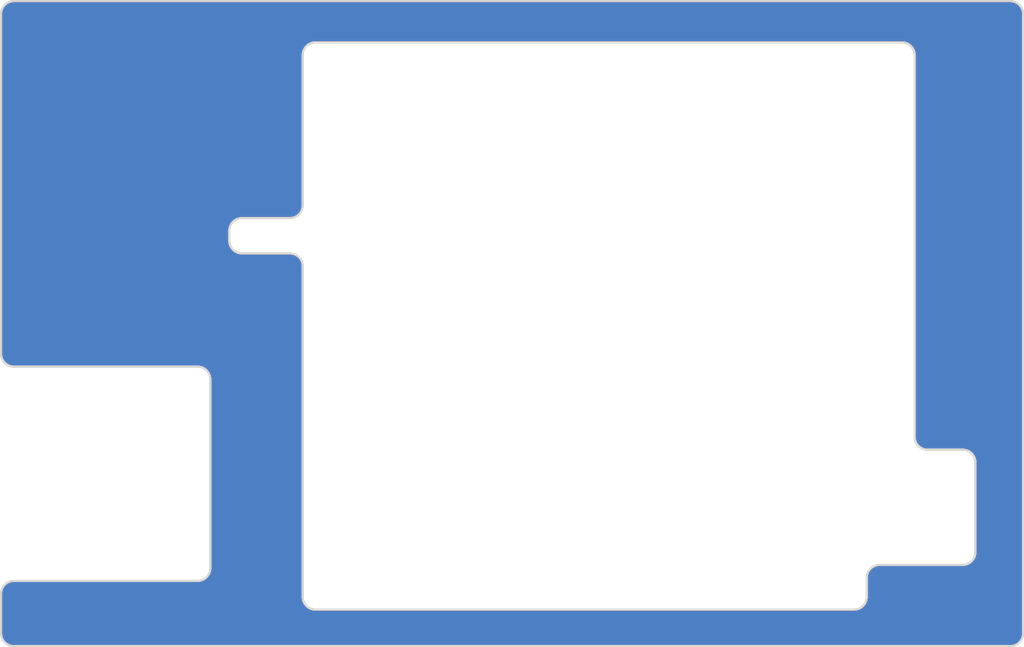
<source format=kicad_pcb>
(kicad_pcb
	(version 20241229)
	(generator "pcbnew")
	(generator_version "9.0")
	(general
		(thickness 1.6)
		(legacy_teardrops no)
	)
	(paper "A4")
	(title_block
		(title "screen bracket")
		(date "2025-08-18")
		(rev "6c")
		(company "elagil")
	)
	(layers
		(0 "F.Cu" mixed)
		(2 "B.Cu" mixed)
		(9 "F.Adhes" user "F.Adhesive")
		(11 "B.Adhes" user "B.Adhesive")
		(13 "F.Paste" user)
		(15 "B.Paste" user)
		(5 "F.SilkS" user "F.Silkscreen")
		(7 "B.SilkS" user "B.Silkscreen")
		(1 "F.Mask" user)
		(3 "B.Mask" user)
		(17 "Dwgs.User" user "User.Drawings")
		(19 "Cmts.User" user "User.Comments")
		(21 "Eco1.User" user "User.Eco1")
		(23 "Eco2.User" user "User.Eco2")
		(25 "Edge.Cuts" user)
		(27 "Margin" user)
		(31 "F.CrtYd" user "F.Courtyard")
		(29 "B.CrtYd" user "B.Courtyard")
		(35 "F.Fab" user)
		(33 "B.Fab" user)
	)
	(setup
		(stackup
			(layer "F.SilkS"
				(type "Top Silk Screen")
			)
			(layer "F.Paste"
				(type "Top Solder Paste")
			)
			(layer "F.Mask"
				(type "Top Solder Mask")
				(thickness 0.01)
			)
			(layer "F.Cu"
				(type "copper")
				(thickness 0.035)
			)
			(layer "dielectric 1"
				(type "core")
				(thickness 1.51)
				(material "FR4")
				(epsilon_r 4.5)
				(loss_tangent 0.02)
			)
			(layer "B.Cu"
				(type "copper")
				(thickness 0.035)
			)
			(layer "B.Mask"
				(type "Bottom Solder Mask")
				(thickness 0.01)
			)
			(layer "B.Paste"
				(type "Bottom Solder Paste")
			)
			(layer "B.SilkS"
				(type "Bottom Silk Screen")
			)
			(copper_finish "None")
			(dielectric_constraints no)
		)
		(pad_to_mask_clearance 0)
		(allow_soldermask_bridges_in_footprints no)
		(tenting front back)
		(pcbplotparams
			(layerselection 0x00000000_00000000_55555555_5755f5ff)
			(plot_on_all_layers_selection 0x00000000_00000000_00000000_00000000)
			(disableapertmacros no)
			(usegerberextensions yes)
			(usegerberattributes no)
			(usegerberadvancedattributes no)
			(creategerberjobfile no)
			(dashed_line_dash_ratio 12.000000)
			(dashed_line_gap_ratio 3.000000)
			(svgprecision 4)
			(plotframeref no)
			(mode 1)
			(useauxorigin no)
			(hpglpennumber 1)
			(hpglpenspeed 20)
			(hpglpendiameter 15.000000)
			(pdf_front_fp_property_popups yes)
			(pdf_back_fp_property_popups yes)
			(pdf_metadata yes)
			(pdf_single_document no)
			(dxfpolygonmode yes)
			(dxfimperialunits yes)
			(dxfusepcbnewfont yes)
			(psnegative no)
			(psa4output no)
			(plot_black_and_white yes)
			(sketchpadsonfab no)
			(plotpadnumbers no)
			(hidednponfab no)
			(sketchdnponfab yes)
			(crossoutdnponfab yes)
			(subtractmaskfromsilk yes)
			(outputformat 1)
			(mirror no)
			(drillshape 0)
			(scaleselection 1)
			(outputdirectory "gerber/")
		)
	)
	(net 0 "")
	(gr_line
		(start 106.875 117.875)
		(end 106.875 121)
		(stroke
			(width 0.15)
			(type default)
		)
		(layer "Edge.Cuts")
		(uuid "06a6143b-dc58-4931-ae53-754742760f07")
	)
	(gr_arc
		(start 131.5 119.125)
		(mid 130.792893 118.832107)
		(end 130.5 118.125)
		(stroke
			(width 0.15)
			(type default)
		)
		(layer "Edge.Cuts")
		(uuid "1027c374-5018-4ba5-8ece-4b05e6108c0a")
	)
	(gr_line
		(start 182.125 106.625)
		(end 179.375 106.625)
		(stroke
			(width 0.15)
			(type default)
		)
		(layer "Edge.Cuts")
		(uuid "1629841e-8281-4674-b8a7-cc5deb570cbc")
	)
	(gr_arc
		(start 183.125 114.625)
		(mid 182.832107 115.332107)
		(end 182.125 115.625)
		(stroke
			(width 0.15)
			(type default)
		)
		(layer "Edge.Cuts")
		(uuid "23622ab1-19f4-4499-b38b-d9067083ab06")
	)
	(gr_line
		(start 178.375 75.75)
		(end 178.375 105.625)
		(stroke
			(width 0.15)
			(type default)
		)
		(layer "Edge.Cuts")
		(uuid "25750479-5f2f-4dc2-aff3-40218a28af00")
	)
	(gr_line
		(start 125.75 91.25)
		(end 129.5 91.25)
		(stroke
			(width 0.15)
			(type default)
		)
		(layer "Edge.Cuts")
		(uuid "25eeb190-e00a-41bd-9e18-9236baba42ba")
	)
	(gr_arc
		(start 106.875 117.875)
		(mid 107.167893 117.167893)
		(end 107.875 116.875)
		(stroke
			(width 0.15)
			(type default)
		)
		(layer "Edge.Cuts")
		(uuid "2cca91eb-7514-4623-9651-45fd57d31279")
	)
	(gr_arc
		(start 179.375 106.625)
		(mid 178.667893 106.332107)
		(end 178.375 105.625)
		(stroke
			(width 0.15)
			(type default)
		)
		(layer "Edge.Cuts")
		(uuid "2ebced8e-67af-4edb-a15e-f3fcadd3313e")
	)
	(gr_line
		(start 130.5 75.75)
		(end 130.5 87.5)
		(stroke
			(width 0.15)
			(type default)
		)
		(layer "Edge.Cuts")
		(uuid "3279a039-4ce6-4de7-b781-b3780ae4b68d")
	)
	(gr_line
		(start 186.875 121)
		(end 186.875 72.5)
		(stroke
			(width 0.15)
			(type default)
		)
		(layer "Edge.Cuts")
		(uuid "37088a19-c391-4617-bc0d-30a030eb6105")
	)
	(gr_line
		(start 174.625 116.625)
		(end 174.625 118.125)
		(stroke
			(width 0.15)
			(type default)
		)
		(layer "Edge.Cuts")
		(uuid "4af79903-27ba-4206-a797-c7a9e4872c22")
	)
	(gr_line
		(start 129.5 88.5)
		(end 125.75 88.5)
		(stroke
			(width 0.15)
			(type default)
		)
		(layer "Edge.Cuts")
		(uuid "4f4dcbc6-6f20-4d6d-a70f-136fcdc5171b")
	)
	(gr_arc
		(start 124.75 89.5)
		(mid 125.042893 88.792893)
		(end 125.75 88.5)
		(stroke
			(width 0.15)
			(type default)
		)
		(layer "Edge.Cuts")
		(uuid "52ab583d-50c0-4dbe-a966-48760f2636f7")
	)
	(gr_arc
		(start 130.5 75.75)
		(mid 130.792893 75.042893)
		(end 131.5 74.75)
		(stroke
			(width 0.15)
			(type default)
		)
		(layer "Edge.Cuts")
		(uuid "542d1a19-cec5-4876-9831-10b19d8be657")
	)
	(gr_line
		(start 106.875 72.5)
		(end 106.875 99.125)
		(stroke
			(width 0.15)
			(type default)
		)
		(layer "Edge.Cuts")
		(uuid "5d2d2d61-f39f-42e3-924d-be3a21a89303")
	)
	(gr_arc
		(start 185.875 71.5)
		(mid 186.582107 71.792893)
		(end 186.875 72.5)
		(stroke
			(width 0.15)
			(type default)
		)
		(layer "Edge.Cuts")
		(uuid "60548439-a714-4c08-bb84-8fdd97582ec4")
	)
	(gr_line
		(start 185.875 71.5)
		(end 107.875 71.5)
		(stroke
			(width 0.15)
			(type default)
		)
		(layer "Edge.Cuts")
		(uuid "636c73eb-0b58-400e-819d-0055cf6c78e3")
	)
	(gr_arc
		(start 186.875 121)
		(mid 186.582107 121.707107)
		(end 185.875 122)
		(stroke
			(width 0.15)
			(type default)
		)
		(layer "Edge.Cuts")
		(uuid "7bcfdfe4-f5d8-45a2-8b7b-ee175d19fbc4")
	)
	(gr_arc
		(start 107.875 122)
		(mid 107.167893 121.707107)
		(end 106.875 121)
		(stroke
			(width 0.15)
			(type default)
		)
		(layer "Edge.Cuts")
		(uuid "7e265850-1413-4e32-8c82-e58cb9ea6609")
	)
	(gr_arc
		(start 107.875 100.125)
		(mid 107.167893 99.832107)
		(end 106.875 99.125)
		(stroke
			(width 0.15)
			(type default)
		)
		(layer "Edge.Cuts")
		(uuid "7f6a2af3-80f5-4a6f-a5d1-a7ab7127f0ec")
	)
	(gr_line
		(start 107.875 116.875)
		(end 122.25 116.875)
		(stroke
			(width 0.15)
			(type default)
		)
		(layer "Edge.Cuts")
		(uuid "84710ee3-8ee1-47bc-8f77-c76540b2256d")
	)
	(gr_arc
		(start 122.25 100.125)
		(mid 122.957107 100.417893)
		(end 123.25 101.125)
		(stroke
			(width 0.15)
			(type default)
		)
		(layer "Edge.Cuts")
		(uuid "868cc585-aa1b-4fbf-9938-309da61f9512")
	)
	(gr_line
		(start 182.125 115.625)
		(end 175.625 115.625)
		(stroke
			(width 0.15)
			(type default)
		)
		(layer "Edge.Cuts")
		(uuid "8e29b53f-5f0d-440b-965d-be62d678f818")
	)
	(gr_line
		(start 124.75 89.5)
		(end 124.75 90.25)
		(stroke
			(width 0.15)
			(type default)
		)
		(layer "Edge.Cuts")
		(uuid "92f29222-f1da-4959-982c-22f71073e7e8")
	)
	(gr_arc
		(start 174.625 118.125)
		(mid 174.332107 118.832107)
		(end 173.625 119.125)
		(stroke
			(width 0.15)
			(type default)
		)
		(layer "Edge.Cuts")
		(uuid "93888cb0-bceb-4839-9915-312acef36e7b")
	)
	(gr_line
		(start 183.125 107.625)
		(end 183.125 114.625)
		(stroke
			(width 0.15)
			(type default)
		)
		(layer "Edge.Cuts")
		(uuid "93e73d0b-0880-472b-8934-7bab5dd295f2")
	)
	(gr_arc
		(start 123.25 115.875)
		(mid 122.957107 116.582107)
		(end 122.25 116.875)
		(stroke
			(width 0.15)
			(type default)
		)
		(layer "Edge.Cuts")
		(uuid "9750be65-5195-4297-8019-6901f55cfb89")
	)
	(gr_line
		(start 123.25 101.125)
		(end 123.25 115.875)
		(stroke
			(width 0.15)
			(type default)
		)
		(layer "Edge.Cuts")
		(uuid "9f0ddcf3-73d5-493d-846e-aeae875cd4b3")
	)
	(gr_line
		(start 107.875 122)
		(end 185.875 122)
		(stroke
			(width 0.15)
			(type default)
		)
		(layer "Edge.Cuts")
		(uuid "af2dcd13-6461-48ce-9040-0a0928b4ad4b")
	)
	(gr_arc
		(start 174.625 116.625)
		(mid 174.917893 115.917893)
		(end 175.625 115.625)
		(stroke
			(width 0.15)
			(type default)
		)
		(layer "Edge.Cuts")
		(uuid "b10a24c0-1c8e-48c4-9773-7a69fe63c062")
	)
	(gr_arc
		(start 177.375 74.75)
		(mid 178.082107 75.042893)
		(end 178.375 75.75)
		(stroke
			(width 0.15)
			(type default)
		)
		(layer "Edge.Cuts")
		(uuid "c141c5b6-7672-4a69-8ade-be47d6caa39f")
	)
	(gr_arc
		(start 130.5 87.5)
		(mid 130.207107 88.207107)
		(end 129.5 88.5)
		(stroke
			(width 0.15)
			(type default)
		)
		(layer "Edge.Cuts")
		(uuid "c2781930-6cbc-4c3b-90de-b091b29d862c")
	)
	(gr_arc
		(start 182.125 106.625)
		(mid 182.832107 106.917893)
		(end 183.125 107.625)
		(stroke
			(width 0.15)
			(type default)
		)
		(layer "Edge.Cuts")
		(uuid "c534008c-25a3-4b90-b53c-312471887057")
	)
	(gr_line
		(start 173.625 119.125)
		(end 131.5 119.125)
		(stroke
			(width 0.15)
			(type default)
		)
		(layer "Edge.Cuts")
		(uuid "c979a334-1838-499b-b31f-dafbc385cbfc")
	)
	(gr_arc
		(start 106.875 72.5)
		(mid 107.167893 71.792893)
		(end 107.875 71.5)
		(stroke
			(width 0.15)
			(type default)
		)
		(layer "Edge.Cuts")
		(uuid "d0998301-344d-4585-9f79-5bfccab0c76b")
	)
	(gr_arc
		(start 129.5 91.25)
		(mid 130.207107 91.542893)
		(end 130.5 92.25)
		(stroke
			(width 0.15)
			(type default)
		)
		(layer "Edge.Cuts")
		(uuid "d3537944-e43c-4aaf-8bc2-ef3861dd245d")
	)
	(gr_line
		(start 131.5 74.75)
		(end 177.375 74.75)
		(stroke
			(width 0.15)
			(type default)
		)
		(layer "Edge.Cuts")
		(uuid "dcb3b550-30fe-4b96-b852-1cdae84cdd0f")
	)
	(gr_line
		(start 130.5 92.25)
		(end 130.5 118.125)
		(stroke
			(width 0.15)
			(type default)
		)
		(layer "Edge.Cuts")
		(uuid "e21b4ef2-6fd1-4dc0-8784-44a8c009f9fb")
	)
	(gr_line
		(start 122.25 100.125)
		(end 107.875 100.125)
		(stroke
			(width 0.15)
			(type default)
		)
		(layer "Edge.Cuts")
		(uuid "ebb48214-659d-4bd2-aea9-98590018625c")
	)
	(gr_arc
		(start 125.75 91.25)
		(mid 125.042893 90.957107)
		(end 124.75 90.25)
		(stroke
			(width 0.15)
			(type default)
		)
		(layer "Edge.Cuts")
		(uuid "f8a68882-2f29-4af5-82df-aa1990ff6780")
	)
	(zone
		(net 0)
		(net_name "")
		(layers "F.Cu" "B.Cu")
		(uuid "80d1eb63-ac5b-44b8-afdb-95d35e83f16a")
		(hatch edge 0.5)
		(connect_pads
			(clearance 0.25)
		)
		(min_thickness 0.25)
		(filled_areas_thickness no)
		(fill yes
			(thermal_gap 0.5)
			(thermal_bridge_width 0.5)
			(island_removal_mode 1)
			(island_area_min 10)
		)
		(polygon
			(pts
				(xy 186.875 71.5) (xy 106.875 71.5) (xy 106.875 122) (xy 186.875 122)
			)
		)
		(filled_polygon
			(layer "F.Cu")
			(island)
			(pts
				(xy 185.881061 71.601097) (xy 186.038335 71.616587) (xy 186.062163 71.621326) (xy 186.207544 71.665427)
				(xy 186.229989 71.674724) (xy 186.363967 71.746337) (xy 186.384175 71.75984) (xy 186.501601 71.856208)
				(xy 186.518791 71.873398) (xy 186.615159 71.990824) (xy 186.628663 72.011034) (xy 186.700272 72.145003)
				(xy 186.709575 72.167462) (xy 186.753671 72.31283) (xy 186.758413 72.33667) (xy 186.773903 72.493937)
				(xy 186.7745 72.506092) (xy 186.7745 120.993907) (xy 186.773903 121.006061) (xy 186.773903 121.006062)
				(xy 186.758413 121.163329) (xy 186.753671 121.187169) (xy 186.709575 121.332537) (xy 186.700272 121.354996)
				(xy 186.628663 121.488965) (xy 186.615159 121.509175) (xy 186.518791 121.626601) (xy 186.501601 121.643791)
				(xy 186.384175 121.740159) (xy 186.363965 121.753663) (xy 186.229996 121.825272) (xy 186.207537 121.834575)
				(xy 186.062169 121.878671) (xy 186.038329 121.883413) (xy 185.922425 121.894828) (xy 185.88106 121.898903)
				(xy 185.868907 121.8995) (xy 107.881093 121.8995) (xy 107.868939 121.898903) (xy 107.711671 121.883413)
				(xy 107.68783 121.878671) (xy 107.542462 121.834575) (xy 107.520005 121.825273) (xy 107.386034 121.753663)
				(xy 107.365824 121.740159) (xy 107.248398 121.643791) (xy 107.231208 121.626601) (xy 107.13484 121.509175)
				(xy 107.121336 121.488965) (xy 107.109525 121.466868) (xy 107.049724 121.354989) (xy 107.040427 121.332544)
				(xy 106.996326 121.187163) (xy 106.991587 121.163335) (xy 106.976097 121.006061) (xy 106.9755 120.993907)
				(xy 106.9755 117.881092) (xy 106.976097 117.868938) (xy 106.984983 117.778719) (xy 106.991587 117.711662)
				(xy 106.996326 117.687838) (xy 107.040428 117.542451) (xy 107.049722 117.520014) (xy 107.12134 117.386027)
				(xy 107.134835 117.36583) (xy 107.231213 117.248392) (xy 107.248392 117.231213) (xy 107.36583 117.134835)
				(xy 107.386027 117.12134) (xy 107.520014 117.049722) (xy 107.542451 117.040428) (xy 107.687838 116.996326)
				(xy 107.711662 116.991587) (xy 107.868939 116.976097) (xy 107.881093 116.9755) (xy 122.346279 116.9755)
				(xy 122.346281 116.9755) (xy 122.535918 116.942062) (xy 122.716868 116.876202) (xy 122.883632 116.779921)
				(xy 123.031144 116.656144) (xy 123.154921 116.508632) (xy 123.251202 116.341868) (xy 123.317062 116.160918)
				(xy 123.3505 115.971281) (xy 123.3505 115.875) (xy 123.3505 115.848071) (xy 123.3505 101.105009)
				(xy 123.3505 101.028719) (xy 123.317062 100.839082) (xy 123.251202 100.658132) (xy 123.154921 100.491368)
				(xy 123.120608 100.450475) (xy 123.031144 100.343855) (xy 122.904078 100.237235) (xy 122.883632 100.220079)
				(xy 122.721032 100.126202) (xy 122.716872 100.1238) (xy 122.716869 100.123799) (xy 122.716868 100.123798)
				(xy 122.694019 100.115482) (xy 122.535917 100.057937) (xy 122.346283 100.0245) (xy 122.346281 100.0245)
				(xy 122.269991 100.0245) (xy 107.881093 100.0245) (xy 107.868939 100.023903) (xy 107.711671 100.008413)
				(xy 107.68783 100.003671) (xy 107.542462 99.959575) (xy 107.520005 99.950273) (xy 107.386034 99.878663)
				(xy 107.365824 99.865159) (xy 107.248398 99.768791) (xy 107.231208 99.751601) (xy 107.13484 99.634175)
				(xy 107.121336 99.613965) (xy 107.109525 99.591868) (xy 107.049724 99.479989) (xy 107.040427 99.457544)
				(xy 106.996326 99.312163) (xy 106.991587 99.288335) (xy 106.976097 99.131061) (xy 106.9755 99.118907)
				(xy 106.9755 89.403716) (xy 124.6495 89.403716) (xy 124.6495 90.346283) (xy 124.682937 90.535917)
				(xy 124.748797 90.716865) (xy 124.7488 90.716872) (xy 124.845078 90.88363) (xy 124.84508 90.883633)
				(xy 124.968855 91.031144) (xy 125.028308 91.08103) (xy 125.116368 91.154921) (xy 125.283132 91.251202)
				(xy 125.464082 91.317062) (xy 125.653719 91.3505) (xy 125.730009 91.3505) (xy 129.473071 91.3505)
				(xy 129.493907 91.3505) (xy 129.506061 91.351097) (xy 129.663335 91.366587) (xy 129.687163 91.371326)
				(xy 129.832544 91.415427) (xy 129.854989 91.424724) (xy 129.988967 91.496337) (xy 130.009175 91.50984)
				(xy 130.126601 91.606208) (xy 130.143791 91.623398) (xy 130.240159 91.740824) (xy 130.253663 91.761034)
				(xy 130.325272 91.895003) (xy 130.334575 91.917462) (xy 130.378671 92.06283) (xy 130.383413 92.08667)
				(xy 130.398903 92.243937) (xy 130.3995 92.256092) (xy 130.3995 118.221283) (xy 130.432937 118.410917)
				(xy 130.498797 118.591865) (xy 130.4988 118.591872) (xy 130.595078 118.75863) (xy 130.59508 118.758633)
				(xy 130.718855 118.906144) (xy 130.778308 118.95603) (xy 130.866368 119.029921) (xy 131.033132 119.126202)
				(xy 131.214082 119.192062) (xy 131.403719 119.2255) (xy 131.403721 119.2255) (xy 173.721279 119.2255)
				(xy 173.721281 119.2255) (xy 173.910918 119.192062) (xy 174.091868 119.126202) (xy 174.258632 119.029921)
				(xy 174.406144 118.906144) (xy 174.529921 118.758632) (xy 174.626202 118.591868) (xy 174.692062 118.410918)
				(xy 174.7255 118.221281) (xy 174.7255 118.125) (xy 174.7255 118.098071) (xy 174.7255 116.631092)
				(xy 174.726097 116.618938) (xy 174.734983 116.528719) (xy 174.741587 116.461662) (xy 174.746326 116.437838)
				(xy 174.790428 116.292451) (xy 174.799722 116.270014) (xy 174.87134 116.136027) (xy 174.884835 116.11583)
				(xy 174.981213 115.998392) (xy 174.998392 115.981213) (xy 175.11583 115.884835) (xy 175.136027 115.87134)
				(xy 175.270014 115.799722) (xy 175.292451 115.790428) (xy 175.437838 115.746326) (xy 175.461662 115.741587)
				(xy 175.618939 115.726097) (xy 175.631093 115.7255) (xy 182.221279 115.7255) (xy 182.221281 115.7255)
				(xy 182.410918 115.692062) (xy 182.591868 115.626202) (xy 182.758632 115.529921) (xy 182.906144 115.406144)
				(xy 183.029921 115.258632) (xy 183.126202 115.091868) (xy 183.192062 114.910918) (xy 183.2255 114.721281)
				(xy 183.2255 114.625) (xy 183.2255 114.598071) (xy 183.2255 107.605009) (xy 183.2255 107.528719)
				(xy 183.192062 107.339082) (xy 183.126202 107.158132) (xy 183.029921 106.991368) (xy 182.995608 106.950475)
				(xy 182.906144 106.843855) (xy 182.779078 106.737235) (xy 182.758632 106.720079) (xy 182.596032 106.626202)
				(xy 182.591872 106.6238) (xy 182.591869 106.623799) (xy 182.591868 106.623798) (xy 182.569019 106.615482)
				(xy 182.410917 106.557937) (xy 182.221283 106.5245) (xy 182.221281 106.5245) (xy 182.144991 106.5245)
				(xy 179.381093 106.5245) (xy 179.368939 106.523903) (xy 179.211671 106.508413) (xy 179.18783 106.503671)
				(xy 179.042462 106.459575) (xy 179.020005 106.450273) (xy 178.886034 106.378663) (xy 178.865824 106.365159)
				(xy 178.748398 106.268791) (xy 178.731208 106.251601) (xy 178.63484 106.134175) (xy 178.621336 106.113965)
				(xy 178.609525 106.091868) (xy 178.549724 105.979989) (xy 178.540427 105.957544) (xy 178.496326 105.812163)
				(xy 178.491587 105.788335) (xy 178.476097 105.631061) (xy 178.4755 105.618907) (xy 178.4755 75.653721)
				(xy 178.475499 75.653716) (xy 178.442062 75.464082) (xy 178.42084 75.405776) (xy 178.376202 75.283132)
				(xy 178.279921 75.116368) (xy 178.245608 75.075475) (xy 178.156144 74.968855) (xy 178.029078 74.862235)
				(xy 178.008632 74.845079) (xy 177.953044 74.812985) (xy 177.841872 74.7488) (xy 177.841869 74.748799)
				(xy 177.841868 74.748798) (xy 177.819019 74.740482) (xy 177.660917 74.682937) (xy 177.471283 74.6495)
				(xy 177.471281 74.6495) (xy 177.394991 74.6495) (xy 131.526929 74.6495) (xy 131.5 74.6495) (xy 131.403719 74.6495)
				(xy 131.403716 74.6495) (xy 131.214082 74.682937) (xy 131.033134 74.748797) (xy 131.033127 74.7488)
				(xy 130.866369 74.845078) (xy 130.866366 74.84508) (xy 130.718855 74.968855) (xy 130.59508 75.116366)
				(xy 130.595078 75.116369) (xy 130.4988 75.283127) (xy 130.498797 75.283134) (xy 130.432937 75.464082)
				(xy 130.3995 75.653716) (xy 130.3995 87.493907) (xy 130.398903 87.506062) (xy 130.383413 87.663329)
				(xy 130.378671 87.687169) (xy 130.334575 87.832537) (xy 130.325272 87.854996) (xy 130.253663 87.988965)
				(xy 130.240159 88.009175) (xy 130.143791 88.126601) (xy 130.126601 88.143791) (xy 130.009175 88.240159)
				(xy 129.988965 88.253663) (xy 129.854996 88.325272) (xy 129.832537 88.334575) (xy 129.687169 88.378671)
				(xy 129.663329 88.383413) (xy 129.547425 88.394828) (xy 129.50606 88.398903) (xy 129.493907 88.3995)
				(xy 125.653716 88.3995) (xy 125.464082 88.432937) (xy 125.283134 88.498797) (xy 125.283127 88.4988)
				(xy 125.116369 88.595078) (xy 125.116366 88.59508) (xy 124.968855 88.718855) (xy 124.84508 88.866366)
				(xy 124.845078 88.866369) (xy 124.7488 89.033127) (xy 124.748797 89.033134) (xy 124.682937 89.214082)
				(xy 124.6495 89.403716) (xy 106.9755 89.403716) (xy 106.9755 72.506092) (xy 106.976097 72.493938)
				(xy 106.984983 72.403719) (xy 106.991587 72.33666) (xy 106.996326 72.312838) (xy 107.040428 72.167451)
				(xy 107.049722 72.145014) (xy 107.12134 72.011027) (xy 107.134835 71.99083) (xy 107.231213 71.873392)
				(xy 107.248392 71.856213) (xy 107.36583 71.759835) (xy 107.386027 71.74634) (xy 107.520014 71.674722)
				(xy 107.542451 71.665428) (xy 107.687838 71.621326) (xy 107.711662 71.616587) (xy 107.868939 71.601097)
				(xy 107.881093 71.6005) (xy 107.901929 71.6005) (xy 185.848071 71.6005) (xy 185.868907 71.6005)
			)
		)
		(filled_polygon
			(layer "B.Cu")
			(island)
			(pts
				(xy 185.881061 71.601097) (xy 186.038335 71.616587) (xy 186.062163 71.621326) (xy 186.207544 71.665427)
				(xy 186.229989 71.674724) (xy 186.363967 71.746337) (xy 186.384175 71.75984) (xy 186.501601 71.856208)
				(xy 186.518791 71.873398) (xy 186.615159 71.990824) (xy 186.628663 72.011034) (xy 186.700272 72.145003)
				(xy 186.709575 72.167462) (xy 186.753671 72.31283) (xy 186.758413 72.33667) (xy 186.773903 72.493937)
				(xy 186.7745 72.506092) (xy 186.7745 120.993907) (xy 186.773903 121.006061) (xy 186.773903 121.006062)
				(xy 186.758413 121.163329) (xy 186.753671 121.187169) (xy 186.709575 121.332537) (xy 186.700272 121.354996)
				(xy 186.628663 121.488965) (xy 186.615159 121.509175) (xy 186.518791 121.626601) (xy 186.501601 121.643791)
				(xy 186.384175 121.740159) (xy 186.363965 121.753663) (xy 186.229996 121.825272) (xy 186.207537 121.834575)
				(xy 186.062169 121.878671) (xy 186.038329 121.883413) (xy 185.922425 121.894828) (xy 185.88106 121.898903)
				(xy 185.868907 121.8995) (xy 107.881093 121.8995) (xy 107.868939 121.898903) (xy 107.711671 121.883413)
				(xy 107.68783 121.878671) (xy 107.542462 121.834575) (xy 107.520005 121.825273) (xy 107.386034 121.753663)
				(xy 107.365824 121.740159) (xy 107.248398 121.643791) (xy 107.231208 121.626601) (xy 107.13484 121.509175)
				(xy 107.121336 121.488965) (xy 107.109525 121.466868) (xy 107.049724 121.354989) (xy 107.040427 121.332544)
				(xy 106.996326 121.187163) (xy 106.991587 121.163335) (xy 106.976097 121.006061) (xy 106.9755 120.993907)
				(xy 106.9755 117.881092) (xy 106.976097 117.868938) (xy 106.984983 117.778719) (xy 106.991587 117.711662)
				(xy 106.996326 117.687838) (xy 107.040428 117.542451) (xy 107.049722 117.520014) (xy 107.12134 117.386027)
				(xy 107.134835 117.36583) (xy 107.231213 117.248392) (xy 107.248392 117.231213) (xy 107.36583 117.134835)
				(xy 107.386027 117.12134) (xy 107.520014 117.049722) (xy 107.542451 117.040428) (xy 107.687838 116.996326)
				(xy 107.711662 116.991587) (xy 107.868939 116.976097) (xy 107.881093 116.9755) (xy 122.346279 116.9755)
				(xy 122.346281 116.9755) (xy 122.535918 116.942062) (xy 122.716868 116.876202) (xy 122.883632 116.779921)
				(xy 123.031144 116.656144) (xy 123.154921 116.508632) (xy 123.251202 116.341868) (xy 123.317062 116.160918)
				(xy 123.3505 115.971281) (xy 123.3505 115.875) (xy 123.3505 115.848071) (xy 123.3505 101.105009)
				(xy 123.3505 101.028719) (xy 123.317062 100.839082) (xy 123.251202 100.658132) (xy 123.154921 100.491368)
				(xy 123.120608 100.450475) (xy 123.031144 100.343855) (xy 122.904078 100.237235) (xy 122.883632 100.220079)
				(xy 122.721032 100.126202) (xy 122.716872 100.1238) (xy 122.716869 100.123799) (xy 122.716868 100.123798)
				(xy 122.694019 100.115482) (xy 122.535917 100.057937) (xy 122.346283 100.0245) (xy 122.346281 100.0245)
				(xy 122.269991 100.0245) (xy 107.881093 100.0245) (xy 107.868939 100.023903) (xy 107.711671 100.008413)
				(xy 107.68783 100.003671) (xy 107.542462 99.959575) (xy 107.520005 99.950273) (xy 107.386034 99.878663)
				(xy 107.365824 99.865159) (xy 107.248398 99.768791) (xy 107.231208 99.751601) (xy 107.13484 99.634175)
				(xy 107.121336 99.613965) (xy 107.109525 99.591868) (xy 107.049724 99.479989) (xy 107.040427 99.457544)
				(xy 106.996326 99.312163) (xy 106.991587 99.288335) (xy 106.976097 99.131061) (xy 106.9755 99.118907)
				(xy 106.9755 89.403716) (xy 124.6495 89.403716) (xy 124.6495 90.346283) (xy 124.682937 90.535917)
				(xy 124.748797 90.716865) (xy 124.7488 90.716872) (xy 124.845078 90.88363) (xy 124.84508 90.883633)
				(xy 124.968855 91.031144) (xy 125.028308 91.08103) (xy 125.116368 91.154921) (xy 125.283132 91.251202)
				(xy 125.464082 91.317062) (xy 125.653719 91.3505) (xy 125.730009 91.3505) (xy 129.473071 91.3505)
				(xy 129.493907 91.3505) (xy 129.506061 91.351097) (xy 129.663335 91.366587) (xy 129.687163 91.371326)
				(xy 129.832544 91.415427) (xy 129.854989 91.424724) (xy 129.988967 91.496337) (xy 130.009175 91.50984)
				(xy 130.126601 91.606208) (xy 130.143791 91.623398) (xy 130.240159 91.740824) (xy 130.253663 91.761034)
				(xy 130.325272 91.895003) (xy 130.334575 91.917462) (xy 130.378671 92.06283) (xy 130.383413 92.08667)
				(xy 130.398903 92.243937) (xy 130.3995 92.256092) (xy 130.3995 118.221283) (xy 130.432937 118.410917)
				(xy 130.498797 118.591865) (xy 130.4988 118.591872) (xy 130.595078 118.75863) (xy 130.59508 118.758633)
				(xy 130.718855 118.906144) (xy 130.778308 118.95603) (xy 130.866368 119.029921) (xy 131.033132 119.126202)
				(xy 131.214082 119.192062) (xy 131.403719 119.2255) (xy 131.403721 119.2255) (xy 173.721279 119.2255)
				(xy 173.721281 119.2255) (xy 173.910918 119.192062) (xy 174.091868 119.126202) (xy 174.258632 119.029921)
				(xy 174.406144 118.906144) (xy 174.529921 118.758632) (xy 174.626202 118.591868) (xy 174.692062 118.410918)
				(xy 174.7255 118.221281) (xy 174.7255 118.125) (xy 174.7255 118.098071) (xy 174.7255 116.631092)
				(xy 174.726097 116.618938) (xy 174.734983 116.528719) (xy 174.741587 116.461662) (xy 174.746326 116.437838)
				(xy 174.790428 116.292451) (xy 174.799722 116.270014) (xy 174.87134 116.136027) (xy 174.884835 116.11583)
				(xy 174.981213 115.998392) (xy 174.998392 115.981213) (xy 175.11583 115.884835) (xy 175.136027 115.87134)
				(xy 175.270014 115.799722) (xy 175.292451 115.790428) (xy 175.437838 115.746326) (xy 175.461662 115.741587)
				(xy 175.618939 115.726097) (xy 175.631093 115.7255) (xy 182.221279 115.7255) (xy 182.221281 115.7255)
				(xy 182.410918 115.692062) (xy 182.591868 115.626202) (xy 182.758632 115.529921) (xy 182.906144 115.406144)
				(xy 183.029921 115.258632) (xy 183.126202 115.091868) (xy 183.192062 114.910918) (xy 183.2255 114.721281)
				(xy 183.2255 114.625) (xy 183.2255 114.598071) (xy 183.2255 107.605009) (xy 183.2255 107.528719)
				(xy 183.192062 107.339082) (xy 183.126202 107.158132) (xy 183.029921 106.991368) (xy 182.995608 106.950475)
				(xy 182.906144 106.843855) (xy 182.779078 106.737235) (xy 182.758632 106.720079) (xy 182.596032 106.626202)
				(xy 182.591872 106.6238) (xy 182.591869 106.623799) (xy 182.591868 106.623798) (xy 182.569019 106.615482)
				(xy 182.410917 106.557937) (xy 182.221283 106.5245) (xy 182.221281 106.5245) (xy 182.144991 106.5245)
				(xy 179.381093 106.5245) (xy 179.368939 106.523903) (xy 179.211671 106.508413) (xy 179.18783 106.503671)
				(xy 179.042462 106.459575) (xy 179.020005 106.450273) (xy 178.886034 106.378663) (xy 178.865824 106.365159)
				(xy 178.748398 106.268791) (xy 178.731208 106.251601) (xy 178.63484 106.134175) (xy 178.621336 106.113965)
				(xy 178.609525 106.091868) (xy 178.549724 105.979989) (xy 178.540427 105.957544) (xy 178.496326 105.812163)
				(xy 178.491587 105.788335) (xy 178.476097 105.631061) (xy 178.4755 105.618907) (xy 178.4755 75.653721)
				(xy 178.475499 75.653716) (xy 178.442062 75.464082) (xy 178.42084 75.405776) (xy 178.376202 75.283132)
				(xy 178.279921 75.116368) (xy 178.245608 75.075475) (xy 178.156144 74.968855) (xy 178.029078 74.862235)
				(xy 178.008632 74.845079) (xy 177.953044 74.812985) (xy 177.841872 74.7488) (xy 177.841869 74.748799)
				(xy 177.841868 74.748798) (xy 177.819019 74.740482) (xy 177.660917 74.682937) (xy 177.471283 74.6495)
				(xy 177.471281 74.6495) (xy 177.394991 74.6495) (xy 131.526929 74.6495) (xy 131.5 74.6495) (xy 131.403719 74.6495)
				(xy 131.403716 74.6495) (xy 131.214082 74.682937) (xy 131.033134 74.748797) (xy 131.033127 74.7488)
				(xy 130.866369 74.845078) (xy 130.866366 74.84508) (xy 130.718855 74.968855) (xy 130.59508 75.116366)
				(xy 130.595078 75.116369) (xy 130.4988 75.283127) (xy 130.498797 75.283134) (xy 130.432937 75.464082)
				(xy 130.3995 75.653716) (xy 130.3995 87.493907) (xy 130.398903 87.506062) (xy 130.383413 87.663329)
				(xy 130.378671 87.687169) (xy 130.334575 87.832537) (xy 130.325272 87.854996) (xy 130.253663 87.988965)
				(xy 130.240159 88.009175) (xy 130.143791 88.126601) (xy 130.126601 88.143791) (xy 130.009175 88.240159)
				(xy 129.988965 88.253663) (xy 129.854996 88.325272) (xy 129.832537 88.334575) (xy 129.687169 88.378671)
				(xy 129.663329 88.383413) (xy 129.547425 88.394828) (xy 129.50606 88.398903) (xy 129.493907 88.3995)
				(xy 125.653716 88.3995) (xy 125.464082 88.432937) (xy 125.283134 88.498797) (xy 125.283127 88.4988)
				(xy 125.116369 88.595078) (xy 125.116366 88.59508) (xy 124.968855 88.718855) (xy 124.84508 88.866366)
				(xy 124.845078 88.866369) (xy 124.7488 89.033127) (xy 124.748797 89.033134) (xy 124.682937 89.214082)
				(xy 124.6495 89.403716) (xy 106.9755 89.403716) (xy 106.9755 72.506092) (xy 106.976097 72.493938)
				(xy 106.984983 72.403719) (xy 106.991587 72.33666) (xy 106.996326 72.312838) (xy 107.040428 72.167451)
				(xy 107.049722 72.145014) (xy 107.12134 72.011027) (xy 107.134835 71.99083) (xy 107.231213 71.873392)
				(xy 107.248392 71.856213) (xy 107.36583 71.759835) (xy 107.386027 71.74634) (xy 107.520014 71.674722)
				(xy 107.542451 71.665428) (xy 107.687838 71.621326) (xy 107.711662 71.616587) (xy 107.868939 71.601097)
				(xy 107.881093 71.6005) (xy 107.901929 71.6005) (xy 185.848071 71.6005) (xy 185.868907 71.6005)
			)
		)
	)
	(embedded_fonts no)
)

</source>
